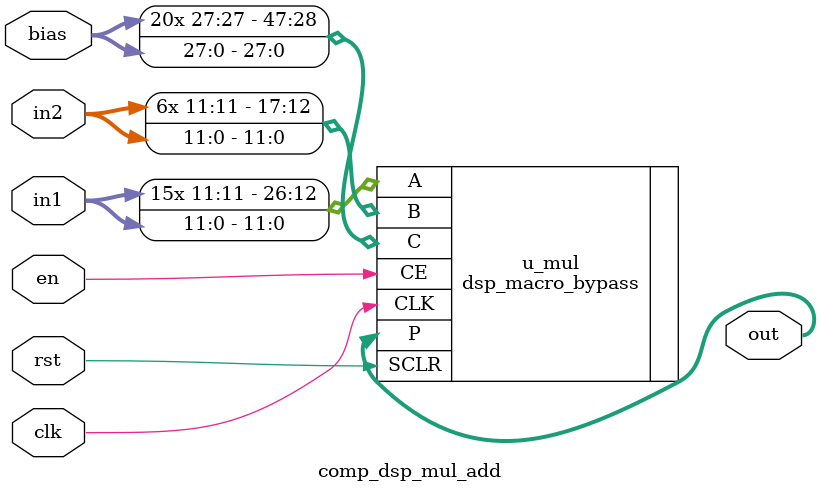
<source format=v>
`timescale 1ns/1ps

module comp_dsp_mul_add(
    input wire [11:0] in1,
    input wire [11:0] in2,
    input wire [27:0] bias,
    output wire [27:0] out,
    input wire clk,
    input wire rst,
    input wire en
);

    dsp_macro_bypass u_mul(
        .CLK(clk),
        .SCLR(rst),
        .CE(en),
        .A({{15{in1[11]}}, in1}),
        .B({{6{in2[11]}}, in2}),
        .C({{20{bias[27]}}, bias}),
        .P(out)
    );
endmodule
</source>
